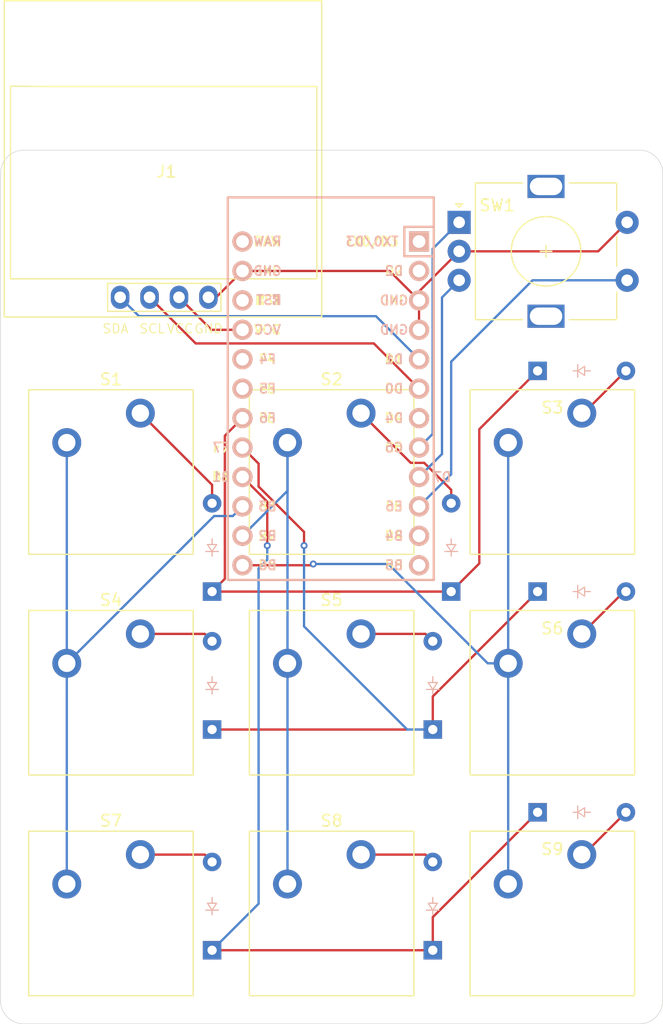
<source format=kicad_pcb>
(kicad_pcb (version 20240108) (generator "pcbnew") (generator_version "8.0")
  (layers (0 "F.Cu" signal) (31 "B.Cu" signal) (34 "B.Paste" user) (35 "F.Paste" user) (36 "B.SilkS" user "B.Silkscreen") (37 "F.SilkS" user "F.Silkscreen") (38 "B.Mask" user) (39 "F.Mask" user) (44 "Edge.Cuts" user))
  (net 0 "")
  (net 1 "Row 1")
  (net 2 "Net-(D1-A)")
  (net 3 "Net-(D2-A)")
  (net 4 "Net-(D3-A)")
  (net 5 "Row 2")
  (net 6 "Net-(D4-A)")
  (net 7 "Net-(D5-A)")
  (net 8 "Net-(D6-A)")
  (net 9 "Net-(D7-A)")
  (net 10 "Row 3")
  (net 11 "Net-(D8-A)")
  (net 12 "Net-(D9-A)")
  (net 13 "SCL")
  (net 14 "SDA")
  (net 15 "VCC")
  (net 16 "GND")
  (net 17 "Column 1")
  (net 18 "Column 2")
  (net 19 "Column 3")
  (net 20 "EncoderA")
  (net 21 "EncoderB")
  (net 22 "EncoderSW")
  (footprint "MountingHole:MountingHole_3.2mm_M3" (layer "F.Cu") (at 65.7225 39.0525)
    (property "Reference" "REF**" (hide yes))
    (property "Value" "MountingHole_3.2mm_M3")
    (pad "" np_thru_hole circle (at 0 0) (size 3.2 3.2) (drill 3.2) (layers "*.Cu" "*.Mask"))
  )
  (footprint "MountingHole:MountingHole_3.2mm_M3" (layer "F.Cu") (at 94.2975 89.8525)
    (property "Reference" "REF**" (hide yes))
    (property "Value" "MountingHole_3.2mm_M3")
    (pad "" np_thru_hole circle (at 0 0) (size 3.2 3.2) (drill 3.2) (layers "*.Cu" "*.Mask"))
  )
  (footprint "ScottoKeebs_MX:MX_PCB_1.00u" (layer "F.Cu") (at 84.7725 80.3275)
    (property "Reference" "S5" (at 0 -8 0) (layer "F.SilkS"))
    (property "Value" "Keyswitch")
    (fp_line (start -7.1 -7.1) (end -7.1 7.1) (stroke (width 0.12)) (layer "F.SilkS"))
    (fp_line (start -7.1 7.1) (end 7.1 7.1) (stroke (width 0.12)) (layer "F.SilkS"))
    (fp_line (start 7.1 -7.1) (end -7.1 -7.1) (stroke (width 0.12)) (layer "F.SilkS"))
    (fp_line (start 7.1 7.1) (end 7.1 -7.1) (stroke (width 0.12)) (layer "F.SilkS"))
    (pad "" np_thru_hole circle (at -5.08 0) (size 1.75 1.75) (drill 1.75) (layers "*.Cu" "*.Mask"))
    (pad "" np_thru_hole circle (at 0 0) (size 4 4) (drill 4) (layers "*.Cu" "*.Mask"))
    (pad "" np_thru_hole circle (at 5.08 0) (size 1.75 1.75) (drill 1.75) (layers "*.Cu" "*.Mask"))
    (pad "1" thru_hole circle (at -3.81 -2.54) (size 2.5 2.5) (drill 1.5) (layers "*.Cu" "*.Mask") (net 18 "Column 2"))
    (pad "2" thru_hole circle (at 2.54 -5.08) (size 2.5 2.5) (drill 1.5) (layers "*.Cu" "*.Mask") (net 7 "Net-(D5-A)"))
  )
  (footprint "ScottoKeebs_MX:MX_PCB_1.00u" (layer "F.Cu") (at 65.7225 80.3275)
    (property "Reference" "S4" (at 0 -8 0) (layer "F.SilkS"))
    (property "Value" "Keyswitch")
    (fp_line (start -7.1 -7.1) (end -7.1 7.1) (stroke (width 0.12)) (layer "F.SilkS"))
    (fp_line (start -7.1 7.1) (end 7.1 7.1) (stroke (width 0.12)) (layer "F.SilkS"))
    (fp_line (start 7.1 -7.1) (end -7.1 -7.1) (stroke (width 0.12)) (layer "F.SilkS"))
    (fp_line (start 7.1 7.1) (end 7.1 -7.1) (stroke (width 0.12)) (layer "F.SilkS"))
    (pad "" np_thru_hole circle (at -5.08 0) (size 1.75 1.75) (drill 1.75) (layers "*.Cu" "*.Mask"))
    (pad "" np_thru_hole circle (at 0 0) (size 4 4) (drill 4) (layers "*.Cu" "*.Mask"))
    (pad "" np_thru_hole circle (at 5.08 0) (size 1.75 1.75) (drill 1.75) (layers "*.Cu" "*.Mask"))
    (pad "1" thru_hole circle (at -3.81 -2.54) (size 2.5 2.5) (drill 1.5) (layers "*.Cu" "*.Mask") (net 17 "Column 1"))
    (pad "2" thru_hole circle (at 2.54 -5.08) (size 2.5 2.5) (drill 1.5) (layers "*.Cu" "*.Mask") (net 6 "Net-(D4-A)"))
  )
  (footprint "MountingHole:MountingHole_3.2mm_M3" (layer "F.Cu") (at 75.2475 89.8525)
    (property "Reference" "REF**" (hide yes))
    (property "Value" "MountingHole_3.2mm_M3")
    (pad "" np_thru_hole circle (at 0 0) (size 3.2 3.2) (drill 3.2) (layers "*.Cu" "*.Mask"))
  )
  (footprint "ScottoKeebs_MX:MX_PCB_1.00u" (layer "F.Cu") (at 65.7225 61.2775)
    (property "Reference" "S1" (at 0 -8 0) (layer "F.SilkS"))
    (property "Value" "Keyswitch")
    (fp_line (start -7.1 -7.1) (end -7.1 7.1) (stroke (width 0.12)) (layer "F.SilkS"))
    (fp_line (start -7.1 7.1) (end 7.1 7.1) (stroke (width 0.12)) (layer "F.SilkS"))
    (fp_line (start 7.1 -7.1) (end -7.1 -7.1) (stroke (width 0.12)) (layer "F.SilkS"))
    (fp_line (start 7.1 7.1) (end 7.1 -7.1) (stroke (width 0.12)) (layer "F.SilkS"))
    (pad "" np_thru_hole circle (at -5.08 0) (size 1.75 1.75) (drill 1.75) (layers "*.Cu" "*.Mask"))
    (pad "" np_thru_hole circle (at 0 0) (size 4 4) (drill 4) (layers "*.Cu" "*.Mask"))
    (pad "" np_thru_hole circle (at 5.08 0) (size 1.75 1.75) (drill 1.75) (layers "*.Cu" "*.Mask"))
    (pad "1" thru_hole circle (at -3.81 -2.54) (size 2.5 2.5) (drill 1.5) (layers "*.Cu" "*.Mask") (net 17 "Column 1"))
    (pad "2" thru_hole circle (at 2.54 -5.08) (size 2.5 2.5) (drill 1.5) (layers "*.Cu" "*.Mask") (net 2 "Net-(D1-A)"))
  )
  (footprint "ScottoKeebs_MX:MX_PCB_1.00u" (layer "F.Cu") (at 103.8225 80.3275)
    (property "Reference" "S6" (at 0 -5.55625 0) (layer "F.SilkS"))
    (property "Value" "Keyswitch")
    (fp_line (start -7.1 -7.1) (end -7.1 7.1) (stroke (width 0.12)) (layer "F.SilkS"))
    (fp_line (start -7.1 7.1) (end 7.1 7.1) (stroke (width 0.12)) (layer "F.SilkS"))
    (fp_line (start 7.1 -7.1) (end -7.1 -7.1) (stroke (width 0.12)) (layer "F.SilkS"))
    (fp_line (start 7.1 7.1) (end 7.1 -7.1) (stroke (width 0.12)) (layer "F.SilkS"))
    (pad "" np_thru_hole circle (at -5.08 0) (size 1.75 1.75) (drill 1.75) (layers "*.Cu" "*.Mask"))
    (pad "" np_thru_hole circle (at 0 0) (size 4 4) (drill 4) (layers "*.Cu" "*.Mask"))
    (pad "" np_thru_hole circle (at 5.08 0) (size 1.75 1.75) (drill 1.75) (layers "*.Cu" "*.Mask"))
    (pad "1" thru_hole circle (at -3.81 -2.54) (size 2.5 2.5) (drill 1.5) (layers "*.Cu" "*.Mask") (net 19 "Column 3"))
    (pad "2" thru_hole circle (at 2.54 -5.08) (size 2.5 2.5) (drill 1.5) (layers "*.Cu" "*.Mask") (net 8 "Net-(D6-A)"))
  )
  (footprint "SSD1306:128x64OLED" (layer "F.Cu") (at 70.51625 35.59625 180)
    (property "Reference" "J1" (at 0 0.254 0) (layer "F.SilkS"))
    (property "Value" "OLED_128x64")
    (fp_line (start 14 15) (end -13.4 15) (stroke (width 0.12)) (layer "F.SilkS"))
    (fp_line (start 14 -12.3) (end 14 15) (stroke (width 0.12)) (layer "F.SilkS"))
    (fp_line (start 13.462 7.62) (end 13.462 -9.017) (stroke (width 0.12)) (layer "F.SilkS"))
    (fp_line (start 13.462 -9.017) (end 13.208 -9.005) (stroke (width 0.12)) (layer "F.SilkS"))
    (fp_line (start 10.122 7.595) (end 13.462 7.62) (stroke (width 0.12)) (layer "F.SilkS"))
    (fp_line (start 10.122 7.595) (end -12.978 7.595) (stroke (width 0.12)) (layer "F.SilkS"))
    (fp_line (start 10.122 -9.005) (end 13.208 -9.005) (stroke (width 0.12)) (layer "F.SilkS"))
    (fp_line (start 5.08 -9.398) (end -4.699 -9.398) (stroke (width 0.12)) (layer "F.SilkS"))
    (fp_line (start 5.08 -11.811) (end 5.08 -9.398) (stroke (width 0.12)) (layer "F.SilkS"))
    (fp_line (start -4.699 -11.811) (end 5.08 -11.811) (stroke (width 0.12)) (layer "F.SilkS"))
    (fp_line (start -4.699 -11.811) (end -4.699 -9.398) (stroke (width 0.12)) (layer "F.SilkS"))
    (fp_line (start -12.978 7.595) (end -12.978 -9.005) (stroke (width 0.12)) (layer "F.SilkS"))
    (fp_line (start -12.978 -9.005) (end 10.122 -9.005) (stroke (width 0.12)) (layer "F.SilkS"))
    (fp_line (start -13.4 15) (end -13.4 -12.3) (stroke (width 0.12)) (layer "F.SilkS"))
    (fp_line (start -13.4 -12.3) (end 14 -12.3) (stroke (width 0.12)) (layer "F.SilkS"))
    (pad "1" thru_hole oval (at -3.62 -10.6 270) (size 2 1.6) (drill 1) (layers "*.Cu" "*.Mask") (net 16 "GND"))
    (pad "2" thru_hole oval (at -1.08 -10.6 270) (size 2 1.6) (drill 1) (layers "*.Cu" "*.Mask") (net 15 "VCC"))
    (pad "3" thru_hole oval (at 1.46 -10.6 270) (size 2 1.6) (drill 1) (layers "*.Cu" "*.Mask") (net 13 "SCL"))
    (pad "4" thru_hole oval (at 4 -10.6 270) (size 2 1.6) (drill 1) (layers "*.Cu" "*.Mask") (net 14 "SDA"))
  )
  (footprint "ScottoKeebs_MX:MX_PCB_1.00u" (layer "F.Cu") (at 103.8225 99.3775)
    (property "Reference" "S9" (at 0 -5.55625 0) (layer "F.SilkS"))
    (property "Value" "Keyswitch")
    (fp_line (start -7.1 -7.1) (end -7.1 7.1) (stroke (width 0.12)) (layer "F.SilkS"))
    (fp_line (start -7.1 7.1) (end 7.1 7.1) (stroke (width 0.12)) (layer "F.SilkS"))
    (fp_line (start 7.1 -7.1) (end -7.1 -7.1) (stroke (width 0.12)) (layer "F.SilkS"))
    (fp_line (start 7.1 7.1) (end 7.1 -7.1) (stroke (width 0.12)) (layer "F.SilkS"))
    (pad "" np_thru_hole circle (at -5.08 0) (size 1.75 1.75) (drill 1.75) (layers "*.Cu" "*.Mask"))
    (pad "" np_thru_hole circle (at 0 0) (size 4 4) (drill 4) (layers "*.Cu" "*.Mask"))
    (pad "" np_thru_hole circle (at 5.08 0) (size 1.75 1.75) (drill 1.75) (layers "*.Cu" "*.Mask"))
    (pad "1" thru_hole circle (at -3.81 -2.54) (size 2.5 2.5) (drill 1.5) (layers "*.Cu" "*.Mask") (net 19 "Column 3"))
    (pad "2" thru_hole circle (at 2.54 -5.08) (size 2.5 2.5) (drill 1.5) (layers "*.Cu" "*.Mask") (net 12 "Net-(D9-A)"))
  )
  (footprint "ScottoKeebs_MX:MX_PCB_1.00u" (layer "F.Cu") (at 84.7725 99.3775)
    (property "Reference" "S8" (at 0 -8 0) (layer "F.SilkS"))
    (property "Value" "Keyswitch")
    (fp_line (start -7.1 -7.1) (end -7.1 7.1) (stroke (width 0.12)) (layer "F.SilkS"))
    (fp_line (start -7.1 7.1) (end 7.1 7.1) (stroke (width 0.12)) (layer "F.SilkS"))
    (fp_line (start 7.1 -7.1) (end -7.1 -7.1) (stroke (width 0.12)) (layer "F.SilkS"))
    (fp_line (start 7.1 7.1) (end 7.1 -7.1) (stroke (width 0.12)) (layer "F.SilkS"))
    (pad "" np_thru_hole circle (at -5.08 0) (size 1.75 1.75) (drill 1.75) (layers "*.Cu" "*.Mask"))
    (pad "" np_thru_hole circle (at 0 0) (size 4 4) (drill 4) (layers "*.Cu" "*.Mask"))
    (pad "" np_thru_hole circle (at 5.08 0) (size 1.75 1.75) (drill 1.75) (layers "*.Cu" "*.Mask"))
    (pad "1" thru_hole circle (at -3.81 -2.54) (size 2.5 2.5) (drill 1.5) (layers "*.Cu" "*.Mask") (net 18 "Column 2"))
    (pad "2" thru_hole circle (at 2.54 -5.08) (size 2.5 2.5) (drill 1.5) (layers "*.Cu" "*.Mask") (net 11 "Net-(D8-A)"))
  )
  (footprint "ScottoKeebs_MX:MX_PCB_1.00u" (layer "F.Cu") (at 84.7725 61.2775)
    (property "Reference" "S2" (at 0 -8 0) (layer "F.SilkS"))
    (property "Value" "Keyswitch")
    (fp_line (start -7.1 -7.1) (end -7.1 7.1) (stroke (width 0.12)) (layer "F.SilkS"))
    (fp_line (start -7.1 7.1) (end 7.1 7.1) (stroke (width 0.12)) (layer "F.SilkS"))
    (fp_line (start 7.1 -7.1) (end -7.1 -7.1) (stroke (width 0.12)) (layer "F.SilkS"))
    (fp_line (start 7.1 7.1) (end 7.1 -7.1) (stroke (width 0.12)) (layer "F.SilkS"))
    (pad "" np_thru_hole circle (at -5.08 0) (size 1.75 1.75) (drill 1.75) (layers "*.Cu" "*.Mask"))
    (pad "" np_thru_hole circle (at 0 0) (size 4 4) (drill 4) (layers "*.Cu" "*.Mask"))
    (pad "" np_thru_hole circle (at 5.08 0) (size 1.75 1.75) (drill 1.75) (layers "*.Cu" "*.Mask"))
    (pad "1" thru_hole circle (at -3.81 -2.54) (size 2.5 2.5) (drill 1.5) (layers "*.Cu" "*.Mask") (net 18 "Column 2"))
    (pad "2" thru_hole circle (at 2.54 -5.08) (size 2.5 2.5) (drill 1.5) (layers "*.Cu" "*.Mask") (net 3 "Net-(D2-A)"))
  )
  (footprint "ScottoKeebs_MX:MX_PCB_1.00u" (layer "F.Cu") (at 65.7225 99.3775)
    (property "Reference" "S7" (at 0 -8 0) (layer "F.SilkS"))
    (property "Value" "Keyswitch")
    (fp_line (start -7.1 -7.1) (end -7.1 7.1) (stroke (width 0.12)) (layer "F.SilkS"))
    (fp_line (start -7.1 7.1) (end 7.1 7.1) (stroke (width 0.12)) (layer "F.SilkS"))
    (fp_line (start 7.1 -7.1) (end -7.1 -7.1) (stroke (width 0.12)) (layer "F.SilkS"))
    (fp_line (start 7.1 7.1) (end 7.1 -7.1) (stroke (width 0.12)) (layer "F.SilkS"))
    (pad "" np_thru_hole circle (at -5.08 0) (size 1.75 1.75) (drill 1.75) (layers "*.Cu" "*.Mask"))
    (pad "" np_thru_hole circle (at 0 0) (size 4 4) (drill 4) (layers "*.Cu" "*.Mask"))
    (pad "" np_thru_hole circle (at 5.08 0) (size 1.75 1.75) (drill 1.75) (layers "*.Cu" "*.Mask"))
    (pad "1" thru_hole circle (at -3.81 -2.54) (size 2.5 2.5) (drill 1.5) (layers "*.Cu" "*.Mask") (net 17 "Column 1"))
    (pad "2" thru_hole circle (at 2.54 -5.08) (size 2.5 2.5) (drill 1.5) (layers "*.Cu" "*.Mask") (net 9 "Net-(D7-A)"))
  )
  (footprint "Rotary_Encoder:RotaryEncoder_Alps_EC11E-Switch_Vertical_H20mm" (layer "F.Cu") (at 95.77875 39.7275)
    (property "Reference" "SW1" (at 3.28125 -1.46875 0) (layer "F.SilkS"))
    (property "Value" "RotaryEncoder_Switch")
    (fp_line (start -0.3 -1.6) (end 0.3 -1.6) (stroke (width 0.12)) (layer "F.SilkS"))
    (fp_line (start 0 -1.3) (end -0.3 -1.6) (stroke (width 0.12)) (layer "F.SilkS"))
    (fp_line (start 0.3 -1.6) (end 0 -1.3) (stroke (width 0.12)) (layer "F.SilkS"))
    (fp_line (start 1.4 -3.4) (end 1.4 8.4) (stroke (width 0.12)) (layer "F.SilkS"))
    (fp_line (start 5.5 -3.4) (end 1.4 -3.4) (stroke (width 0.12)) (layer "F.SilkS"))
    (fp_line (start 5.5 8.4) (end 1.4 8.4) (stroke (width 0.12)) (layer "F.SilkS"))
    (fp_line (start 7 2.5) (end 8 2.5) (stroke (width 0.12)) (layer "F.SilkS"))
    (fp_line (start 7.5 2) (end 7.5 3) (stroke (width 0.12)) (layer "F.SilkS"))
    (fp_line (start 9.5 -3.4) (end 13.6 -3.4) (stroke (width 0.12)) (layer "F.SilkS"))
    (fp_line (start 13.6 -3.4) (end 13.6 -1) (stroke (width 0.12)) (layer "F.SilkS"))
    (fp_line (start 13.6 1.2) (end 13.6 3.8) (stroke (width 0.12)) (layer "F.SilkS"))
    (fp_line (start 13.6 6) (end 13.6 8.4) (stroke (width 0.12)) (layer "F.SilkS"))
    (fp_line (start 13.6 8.4) (end 9.5 8.4) (stroke (width 0.12)) (layer "F.SilkS"))
    (fp_circle (center 7.5 2.5) (end 10.5 2.5) (stroke (width 0.12)) (fill none) (layer "F.SilkS"))
    (pad "A" thru_hole rect (at 0 0) (size 2 2) (drill 1) (layers "*.Cu" "*.Mask") (net 20 "EncoderA"))
    (pad "B" thru_hole circle (at 0 5) (size 2 2) (drill 1) (layers "*.Cu" "*.Mask") (net 21 "EncoderB"))
    (pad "C" thru_hole circle (at 0 2.5) (size 2 2) (drill 1) (layers "*.Cu" "*.Mask") (net 16 "GND"))
    (pad "MP" thru_hole rect (at 7.5 -3.1) (size 3.2 2) (drill oval 2.8 1.5) (layers "*.Cu" "*.Mask"))
    (pad "MP" thru_hole rect (at 7.5 8.1) (size 3.2 2) (drill oval 2.8 1.5) (layers "*.Cu" "*.Mask"))
    (pad "S1" thru_hole circle (at 14.5 5) (size 2 2) (drill 1) (layers "*.Cu" "*.Mask") (net 22 "EncoderSW"))
    (pad "S2" thru_hole circle (at 14.5 0) (size 2 2) (drill 1) (layers "*.Cu" "*.Mask") (net 16 "GND"))
  )
  (footprint "ScottoKeebs_MX:MX_PCB_1.00u" (layer "F.Cu") (at 103.8225 61.2775)
    (property "Reference" "S3" (at 0 -5.55625 0) (layer "F.SilkS"))
    (property "Value" "Keyswitch")
    (fp_line (start -7.1 -7.1) (end -7.1 7.1) (stroke (width 0.12)) (layer "F.SilkS"))
    (fp_line (start -7.1 7.1) (end 7.1 7.1) (stroke (width 0.12)) (layer "F.SilkS"))
    (fp_line (start 7.1 -7.1) (end -7.1 -7.1) (stroke (width 0.12)) (layer "F.SilkS"))
    (fp_line (start 7.1 7.1) (end 7.1 -7.1) (stroke (width 0.12)) (layer "F.SilkS"))
    (pad "" np_thru_hole circle (at -5.08 0) (size 1.75 1.75) (drill 1.75) (layers "*.Cu" "*.Mask"))
    (pad "" np_thru_hole circle (at 0 0) (size 4 4) (drill 4) (layers "*.Cu" "*.Mask"))
    (pad "" np_thru_hole circle (at 5.08 0) (size 1.75 1.75) (drill 1.75) (layers "*.Cu" "*.Mask"))
    (pad "1" thru_hole circle (at -3.81 -2.54) (size 2.5 2.5) (drill 1.5) (layers "*.Cu" "*.Mask") (net 19 "Column 3"))
    (pad "2" thru_hole circle (at 2.54 -5.08) (size 2.5 2.5) (drill 1.5) (layers "*.Cu" "*.Mask") (net 4 "Net-(D3-A)"))
  )
  (footprint "ScottoKeebs_Components:Diode_DO-35" (layer "B.Cu") (at 74.45375 71.59625 90)
    (property "Reference" "D1" (hide yes))
    (property "Value" "Diode" (hide yes))
    (fp_line (start 3.46 -0.55) (end 3.46 0.55) (stroke (width 0.1)) (layer "B.SilkS"))
    (fp_line (start 4.06 -0.4) (end 4.06 0.4) (stroke (width 0.1)) (layer "B.SilkS"))
    (fp_line (start 4.56 0) (end 4.06 0) (stroke (width 0.1)) (layer "B.SilkS"))
    (fp_line (start 3.46 0) (end 4.06 -0.4) (stroke (width 0.1)) (layer "B.SilkS"))
    (fp_line (start 3.46 0) (end 3.06 0) (stroke (width 0.1)) (layer "B.SilkS"))
    (fp_line (start 4.06 0.4) (end 3.46 0) (stroke (width 0.1)) (layer "B.SilkS"))
    (pad "1" thru_hole rect (at 0 0 90) (size 1.6 1.6) (drill 0.8) (layers "*.Cu" "*.Mask") (net 1 "Row 1"))
    (pad "2" thru_hole oval (at 7.62 0 90) (size 1.6 1.6) (drill 0.8) (layers "*.Cu" "*.Mask") (net 2 "Net-(D1-A)"))
  )
  (footprint "ScottoKeebs_Components:Diode_DO-35" (layer "B.Cu") (at 93.50375 102.5525 90)
    (property "Reference" "D8" (hide yes))
    (property "Value" "Diode" (hide yes))
    (fp_line (start 3.46 -0.55) (end 3.46 0.55) (stroke (width 0.1)) (layer "B.SilkS"))
    (fp_line (start 4.06 -0.4) (end 4.06 0.4) (stroke (width 0.1)) (layer "B.SilkS"))
    (fp_line (start 4.56 0) (end 4.06 0) (stroke (width 0.1)) (layer "B.SilkS"))
    (fp_line (start 3.46 0) (end 4.06 -0.4) (stroke (width 0.1)) (layer "B.SilkS"))
    (fp_line (start 3.46 0) (end 3.06 0) (stroke (width 0.1)) (layer "B.SilkS"))
    (fp_line (start 4.06 0.4) (end 3.46 0) (stroke (width 0.1)) (layer "B.SilkS"))
    (pad "1" thru_hole rect (at 0 0 90) (size 1.6 1.6) (drill 0.8) (layers "*.Cu" "*.Mask") (net 10 "Row 3"))
    (pad "2" thru_hole oval (at 7.62 0 90) (size 1.6 1.6) (drill 0.8) (layers "*.Cu" "*.Mask") (net 11 "Net-(D8-A)"))
  )
  (footprint "ScottoKeebs_Components:Diode_DO-35" (layer "B.Cu") (at 74.45375 83.5025 90)
    (property "Reference" "D4" (hide yes))
    (property "Value" "Diode" (hide yes))
    (fp_line (start 3.46 -0.55) (end 3.46 0.55) (stroke (width 0.1)) (layer "B.SilkS"))
    (fp_line (start 4.06 -0.4) (end 4.06 0.4) (stroke (width 0.1)) (layer "B.SilkS"))
    (fp_line (start 4.56 0) (end 4.06 0) (stroke (width 0.1)) (layer "B.SilkS"))
    (fp_line (start 3.46 0) (end 4.06 -0.4) (stroke (width 0.1)) (layer "B.SilkS"))
    (fp_line (start 3.46 0) (end 3.06 0) (stroke (width 0.1)) (layer "B.SilkS"))
    (fp_line (start 4.06 0.4) (end 3.46 0) (stroke (width 0.1)) (layer "B.SilkS"))
    (pad "1" thru_hole rect (at 0 0 90) (size 1.6 1.6) (drill 0.8) (layers "*.Cu" "*.Mask") (net 5 "Row 2"))
    (pad "2" thru_hole oval (at 7.62 0 90) (size 1.6 1.6) (drill 0.8) (layers "*.Cu" "*.Mask") (net 6 "Net-(D4-A)"))
  )
  (footprint "ScottoKeebs_Components:Diode_DO-35" (layer "B.Cu") (at 74.45375 102.5525 90)
    (property "Reference" "D7" (hide yes))
    (property "Value" "Diode" (hide yes))
    (fp_line (start 3.46 -0.55) (end 3.46 0.55) (stroke (width 0.1)) (layer "B.SilkS"))
    (fp_line (start 4.06 -0.4) (end 4.06 0.4) (stroke (width 0.1)) (layer "B.SilkS"))
    (fp_line (start 4.56 0) (end 4.06 0) (stroke (width 0.1)) (layer "B.SilkS"))
    (fp_line (start 3.46 0) (end 4.06 -0.4) (stroke (width 0.1)) (layer "B.SilkS"))
    (fp_line (start 3.46 0) (end 3.06 0) (stroke (width 0.1)) (layer "B.SilkS"))
    (fp_line (start 4.06 0.4) (end 3.46 0) (stroke (width 0.1)) (layer "B.SilkS"))
    (pad "1" thru_hole rect (at 0 0 90) (size 1.6 1.6) (drill 0.8) (layers "*.Cu" "*.Mask") (net 10 "Row 3"))
    (pad "2" thru_hole oval (at 7.62 0 90) (size 1.6 1.6) (drill 0.8) (layers "*.Cu" "*.Mask") (net 9 "Net-(D7-A)"))
  )
  (footprint "ScottoKeebs_Components:Diode_DO-35" (layer "B.Cu") (at 102.5525 52.54625)
    (property "Reference" "D3" (hide yes))
    (property "Value" "Diode" (hide yes))
    (fp_line (start 3.46 -0.55) (end 3.46 0.55) (stroke (width 0.1)) (layer "B.SilkS"))
    (fp_line (start 3.46 0) (end 3.06 0) (stroke (width 0.1)) (layer "B.SilkS"))
    (fp_line (start 3.46 0) (end 4.06 -0.4) (stroke (width 0.1)) (layer "B.SilkS"))
    (fp_line (start 4.06 -0.4) (end 4.06 0.4) (stroke (width 0.1)) (layer "B.SilkS"))
    (fp_line (start 4.06 0.4) (end 3.46 0) (stroke (width 0.1)) (layer "B.SilkS"))
    (fp_line (start 4.56 0) (end 4.06 0) (stroke (width 0.1)) (layer "B.SilkS"))
    (pad "1" thru_hole rect (at 0 0) (size 1.6 1.6) (drill 0.8) (layers "*.Cu" "*.Mask") (net 1 "Row 1"))
    (pad "2" thru_hole oval (at 7.62 0) (size 1.6 1.6) (drill 0.8) (layers "*.Cu" "*.Mask") (net 4 "Net-(D3-A)"))
  )
  (footprint "ScottoKeebs_Components:Diode_DO-35" (layer "B.Cu") (at 95.09125 71.59625 90)
    (property "Reference" "D2" (hide yes))
    (property "Value" "Diode" (hide yes))
    (fp_line (start 3.46 -0.55) (end 3.46 0.55) (stroke (width 0.1)) (layer "B.SilkS"))
    (fp_line (start 4.06 -0.4) (end 4.06 0.4) (stroke (width 0.1)) (layer "B.SilkS"))
    (fp_line (start 4.56 0) (end 4.06 0) (stroke (width 0.1)) (layer "B.SilkS"))
    (fp_line (start 3.46 0) (end 4.06 -0.4) (stroke (width 0.1)) (layer "B.SilkS"))
    (fp_line (start 3.46 0) (end 3.06 0) (stroke (width 0.1)) (layer "B.SilkS"))
    (fp_line (start 4.06 0.4) (end 3.46 0) (stroke (width 0.1)) (layer "B.SilkS"))
    (pad "1" thru_hole rect (at 0 0 90) (size 1.6 1.6) (drill 0.8) (layers "*.Cu" "*.Mask") (net 1 "Row 1"))
    (pad "2" thru_hole oval (at 7.62 0 90) (size 1.6 1.6) (drill 0.8) (layers "*.Cu" "*.Mask") (net 3 "Net-(D2-A)"))
  )
  (footprint "ScottoKeebs_Components:Diode_DO-35" (layer "B.Cu") (at 102.5525 90.64625)
    (property "Reference" "D9" (hide yes))
    (property "Value" "Diode" (hide yes))
    (fp_line (start 3.46 -0.55) (end 3.46 0.55) (stroke (width 0.1)) (layer "B.SilkS"))
    (fp_line (start 3.46 0) (end 3.06 0) (stroke (width 0.1)) (layer "B.SilkS"))
    (fp_line (start 3.46 0) (end 4.06 -0.4) (stroke (width 0.1)) (layer "B.SilkS"))
    (fp_line (start 4.06 -0.4) (end 4.06 0.4) (stroke (width 0.1)) (layer "B.SilkS"))
    (fp_line (start 4.06 0.4) (end 3.46 0) (stroke (width 0.1)) (layer "B.SilkS"))
    (fp_line (start 4.56 0) (end 4.06 0) (stroke (width 0.1)) (layer "B.SilkS"))
    (pad "1" thru_hole rect (at 0 0) (size 1.6 1.6) (drill 0.8) (layers "*.Cu" "*.Mask") (net 10 "Row 3"))
    (pad "2" thru_hole oval (at 7.62 0) (size 1.6 1.6) (drill 0.8) (layers "*.Cu" "*.Mask") (net 12 "Net-(D9-A)"))
  )
  (footprint "ScottoKeebs_Components:Diode_DO-35" (layer "B.Cu") (at 93.50375 83.5025 90)
    (property "Reference" "D5" (hide yes))
    (property "Value" "Diode" (hide yes))
    (fp_line (start 3.46 -0.55) (end 3.46 0.55) (stroke (width 0.1)) (layer "B.SilkS"))
    (fp_line (start 4.06 -0.4) (end 4.06 0.4) (stroke (width 0.1)) (layer "B.SilkS"))
    (fp_line (start 4.56 0) (end 4.06 0) (stroke (width 0.1)) (layer "B.SilkS"))
    (fp_line (start 3.46 0) (end 4.06 -0.4) (stroke (width 0.1)) (layer "B.SilkS"))
    (fp_line (start 3.46 0) (end 3.06 0) (stroke (width 0.1)) (layer "B.SilkS"))
    (fp_line (start 4.06 0.4) (end 3.46 0) (stroke (width 0.1)) (layer "B.SilkS"))
    (pad "1" thru_hole rect (at 0 0 90) (size 1.6 1.6) (drill 0.8) (layers "*.Cu" "*.Mask") (net 5 "Row 2"))
    (pad "2" thru_hole oval (at 7.62 0 90) (size 1.6 1.6) (drill 0.8) (layers "*.Cu" "*.Mask") (net 7 "Net-(D5-A)"))
  )
  (footprint "ScottoKeebs_Components:Diode_DO-35" (layer "B.Cu") (at 102.5525 71.59625)
    (property "Reference" "D6" (hide yes))
    (property "Value" "Diode" (hide yes))
    (fp_line (start 3.46 -0.55) (end 3.46 0.55) (stroke (width 0.1)) (layer "B.SilkS"))
    (fp_line (start 3.46 0) (end 3.06 0) (stroke (width 0.1)) (layer "B.SilkS"))
    (fp_line (start 3.46 0) (end 4.06 -0.4) (stroke (width 0.1)) (layer "B.SilkS"))
    (fp_line (start 4.06 -0.4) (end 4.06 0.4) (stroke (width 0.1)) (layer "B.SilkS"))
    (fp_line (start 4.06 0.4) (end 3.46 0) (stroke (width 0.1)) (layer "B.SilkS"))
    (fp_line (start 4.56 0) (end 4.06 0) (stroke (width 0.1)) (layer "B.SilkS"))
    (pad "1" thru_hole rect (at 0 0) (size 1.6 1.6) (drill 0.8) (layers "*.Cu" "*.Mask") (net 5 "Row 2"))
    (pad "2" thru_hole oval (at 7.62 0) (size 1.6 1.6) (drill 0.8) (layers "*.Cu" "*.Mask") (net 8 "Net-(D6-A)"))
  )
  (footprint "ScottoKeebs_MCU:Arduino_Pro_Micro" (layer "B.Cu") (at 84.6975 55.3525 180)
    (property "Reference" "U1" (hide yes))
    (property "Value" "Arduino_Pro_Micro" (hide yes))
    (fp_line (start 8.89 17.78) (end 8.89 -15.24) (stroke (width 0.2)) (layer "B.SilkS"))
    (fp_line (start 8.89 -15.24) (end -8.89 -15.24) (stroke (width 0.2)) (layer "B.SilkS"))
    (fp_line (start -6.35 12.7) (end -6.35 15.24) (stroke (width 0.2)) (layer "B.SilkS"))
    (fp_line (start -8.89 17.78) (end 8.89 17.78) (stroke (width 0.2)) (layer "B.SilkS"))
    (fp_line (start -8.89 15.24) (end -6.35 15.24) (stroke (width 0.2)) (layer "B.SilkS"))
    (fp_line (start -8.89 12.7) (end -6.35 12.7) (stroke (width 0.2)) (layer "B.SilkS"))
    (fp_line (start -8.89 -15.24) (end -8.89 17.78) (stroke (width 0.2)) (layer "B.SilkS"))
    (fp_poly (pts (xy 4.931568 9.36064) (xy 4.931568 9.26064) (xy 4.431568 9.26064) (xy 4.431568 9.36064)) (stroke (width 0.15)) (fill solid) (layer "B.SilkS"))
    (fp_poly (pts (xy 4.931568 9.36064) (xy 4.931568 9.06064) (xy 4.831568 9.06064) (xy 4.831568 9.36064)) (stroke (width 0.15)) (fill solid) (layer "B.SilkS"))
    (fp_poly (pts (xy 4.931568 8.76064) (xy 4.931568 8.56064) (xy 4.831568 8.56064) (xy 4.831568 8.76064)) (stroke (width 0.15)) (fill solid) (layer "B.SilkS"))
    (fp_poly (pts (xy 4.731568 8.96064) (xy 4.731568 8.86064) (xy 4.631568 8.86064) (xy 4.631568 8.96064)) (stroke (width 0.15)) (fill solid) (layer "B.SilkS"))
    (fp_poly (pts (xy 4.531568 9.36064) (xy 4.531568 8.56064) (xy 4.431568 8.56064) (xy 4.431568 9.36064)) (stroke (width 0.15)) (fill solid) (layer "B.SilkS"))
    (fp_line (start 8.89 17.78) (end 8.89 -15.24) (stroke (width 0.2)) (layer "F.SilkS"))
    (fp_line (start 8.89 -15.24) (end -8.89 -15.24) (stroke (width 0.2)) (layer "F.SilkS"))
    (fp_line (start -6.35 12.7) (end -6.35 15.24) (stroke (width 0.2)) (layer "F.SilkS"))
    (fp_line (start -8.89 17.78) (end 8.89 17.78) (stroke (width 0.2)) (layer "F.SilkS"))
    (fp_line (start -8.89 15.24) (end -6.35 15.24) (stroke (width 0.2)) (layer "F.SilkS"))
    (fp_line (start -8.89 12.7) (end -6.35 12.7) (stroke (width 0.2)) (layer "F.SilkS"))
    (fp_line (start -8.89 -15.24) (end -8.89 17.78) (stroke (width 0.2)) (layer "F.SilkS"))
    (fp_poly (pts (xy 6.244635 9.35097) (xy 6.244635 8.55097) (xy 6.344635 8.55097) (xy 6.344635 9.35097)) (stroke (width 0.15)) (fill solid) (layer "F.SilkS"))
    (fp_poly (pts (xy 6.044635 8.95097) (xy 6.044635 8.85097) (xy 6.144635 8.85097) (xy 6.144635 8.95097)) (stroke (width 0.15)) (fill solid) (layer "F.SilkS"))
    (fp_poly (pts (xy 5.844635 9.35097) (xy 5.844635 9.25097) (xy 6.344635 9.25097) (xy 6.344635 9.35097)) (stroke (width 0.15)) (fill solid) (layer "F.SilkS"))
    (fp_poly (pts (xy 5.844635 9.35097) (xy 5.844635 9.05097) (xy 5.944635 9.05097) (xy 5.944635 9.35097)) (stroke (width 0.15)) (fill solid) (layer "F.SilkS"))
    (fp_poly (pts (xy 5.844635 8.75097) (xy 5.844635 8.55097) (xy 5.944635 8.55097) (xy 5.944635 8.75097)) (stroke (width 0.15)) (fill solid) (layer "F.SilkS"))
    (fp_text user "GND" (at -5.461 6.35 0) (layer "B.SilkS") (effects (font (size 0.8 0.8)) (justify mirror)))
    (fp_text user "F6" (at 5.461 -1.27 0) (layer "B.SilkS") (effects (font (size 0.8 0.8)) (justify mirror)))
    (fp_text user "B4" (at -5.461 -11.43 0) (layer "B.SilkS") (effects (font (size 0.8 0.8)) (justify mirror)))
    (fp_text user "B5" (at -5.461 -13.97 0) (layer "B.SilkS") (effects (font (size 0.8 0.8)) (justify mirror)))
    (fp_text user "VCC" (at 5.461 6.35 0) (layer "B.SilkS") (effects (font (size 0.8 0.8)) (justify mirror)))
    (fp_text user "GND" (at -5.461 8.89 0) (layer "B.SilkS") (effects (font (size 0.8 0.8)) (justify mirror)))
    (fp_text user "B3" (at 5.461 -8.89 0) (layer "B.SilkS") (effects (font (size 0.8 0.8)) (justify mirror)))
    (fp_text user "D4" (at -5.461 -1.27 0) (layer "B.SilkS") (effects (font (size 0.8 0.8)) (justify mirror)))
    (fp_text user "D2" (at -5.461 11.43 0) (layer "B.SilkS") (effects (font (size 0.8 0.8)) (justify mirror)))
    (fp_text user "D7" (at -9.6 -6.35 0) (layer "B.SilkS") (effects (font (size 0.8 0.8)) (justify mirror)))
    (fp_text user "E6" (at -5.461 -8.89 0) (layer "B.SilkS") (effects (font (size 0.8 0.8)) (justify mirror)))
    (fp_text user "D1" (at -5.461 3.81 0) (layer "B.SilkS") (effects (font (size 0.8 0.8)) (justify mirror)))
    (fp_text user "F5" (at 5.461 1.27 0) (layer "B.SilkS") (effects (font (size 0.8 0.8)) (justify mirror)))
    (fp_text user "TX0/D3" (at -3.571872 13.97 0) (layer "B.SilkS") (effects (font (size 0.8 0.8)) (justify mirror)))
    (fp_text user "ST" (at 5.73312 8.92 0) (layer "B.SilkS") (effects (font (size 0.8 0.8)) (justify mirror)))
    (fp_text user "B2" (at 5.461 -11.43 0) (layer "B.SilkS") (effects (font (size 0.8 0.8)) (justify mirror)))
    (fp_text user "B1" (at 9.45 -6.35 0) (layer "B.SilkS") (effects (font (size 0.8 0.8)) (justify mirror)))
    (fp_text user "B6" (at 5.461 -13.97 0) (layer "B.SilkS") (effects (font (size 0.8 0.8)) (justify mirror)))
    (fp_text user "F4" (at 5.461 3.81 0) (layer "B.SilkS") (effects (font (size 0.8 0.8)) (justify mirror)))
    (fp_text user "GND" (at 5.461 11.43 0) (layer "B.SilkS") (effects (font (size 0.8 0.8)) (justify mirror)))
    (fp_text user "RAW" (at 5.461 13.97 0) (layer "B.SilkS") (effects (font (size 0.8 0.8)) (justify mirror)))
    (fp_text user "D0" (at -5.461 1.27 0) (layer "B.SilkS") (effects (font (size 0.8 0.8)) (justify mirror)))
    (fp_text user "C6" (at -5.461 -3.81 0) (layer "B.SilkS") (effects (font (size 0.8 0.8)) (justify mirror)))
    (fp_text user "F7" (at 9.45 -3.81 0) (layer "B.SilkS") (effects (font (size 0.8 0.8)) (justify mirror)))
    (fp_text user "TX0/D3" (at -3.571872 13.97 0) (layer "F.SilkS") (effects (font (size 0.8 0.8))))
    (fp_text user "GND" (at 5.461 11.43 0) (layer "F.SilkS") (effects (font (size 0.8 0.8))))
    (fp_text user "D0" (at -5.461 1.27 0) (layer "F.SilkS") (effects (font (size 0.8 0.8))))
    (fp_text user "F5" (at 5.461 1.27 0) (layer "F.SilkS") (effects (font (size 0.8 0.8))))
    (fp_text user "VCC" (at 5.461 6.35 0) (layer "F.SilkS") (effects (font (size 0.8 0.8))))
    (fp_text user "RAW" (at 5.461 13.97 0) (layer "F.SilkS") (effects (font (size 0.8 0.8))))
    (fp_text user "B6" (at 5.461 -13.97 0) (layer "F.SilkS") (effects (font (size 0.8 0.8))))
    (fp_text user "D2" (at -5.461 11.43 0) (layer "F.SilkS") (effects (font (size 0.8 0.8))))
    (fp_text user "F4" (at 5.461 3.81 0) (layer "F.SilkS") (effects (font (size 0.8 0.8))))
    (fp_text user "F7" (at 9.45 -3.81 0) (layer "F.SilkS") (effects (font (size 0.8 0.8))))
    (fp_text user "B4" (at -5.461 -11.43 0) (layer "F.SilkS") (effects (font (size 0.8 0.8))))
    (fp_text user "B3" (at 5.461 -8.89 0) (layer "F.SilkS") (effects (font (size 0.8 0.8))))
    (fp_text user "D1" (at -5.461 3.81 0) (layer "F.SilkS") (effects (font (size 0.8 0.8))))
    (fp_text user "E6" (at -5.461 -8.89 0) (layer "F.SilkS") (effects (font (size 0.8 0.8))))
    (fp_text user "D4" (at -5.461 -1.27 0) (layer "F.SilkS") (effects (font (size 0.8 0.8))))
    (fp_text user "F6" (at 5.461 -1.27 0) (layer "F.SilkS") (effects (font (size 0.8 0.8))))
    (fp_text user "B2" (at 5.461 -11.43 0) (layer "F.SilkS") (effects (font (size 0.8 0.8))))
    (fp_text user "C6" (at -5.461 -3.81 0) (layer "F.SilkS") (effects (font (size 0.8 0.8))))
    (fp_text user "ST" (at 5.04 8.91 0) (layer "F.SilkS") (effects (font (size 0.8 0.8))))
    (fp_text user "GND" (at -5.461 8.89 0) (layer "F.SilkS") (effects (font (size 0.8 0.8))))
    (fp_text user "B5" (at -5.461 -13.97 0) (layer "F.SilkS") (effects (font (size 0.8 0.8))))
    (fp_text user "B1" (at 9.45 -6.35 0) (layer "F.SilkS") (effects (font (size 0.8 0.8))))
    (pad "1" thru_hole rect (at -7.62 13.97 270) (size 1.7526 1.7526) (drill 1.0922) (layers "*.Cu" "*.SilkS" "*.Mask"))
    (pad "2" thru_hole circle (at -7.62 11.43 270) (size 1.7526 1.7526) (drill 1.0922) (layers "*.Cu" "*.SilkS" "*.Mask"))
    (pad "3" thru_hole circle (at -7.62 8.89 270) (size 1.7526 1.7526) (drill 1.0922) (layers "*.Cu" "*.SilkS" "*.Mask") (net 16 "GND"))
    (pad "4" thru_hole circle (at -7.62 6.35 270) (size 1.7526 1.7526) (drill 1.0922) (layers "*.Cu" "*.SilkS" "*.Mask") (net 16 "GND"))
    (pad "5" thru_hole circle (at -7.62 3.81 270) (size 1.7526 1.7526) (drill 1.0922) (layers "*.Cu" "*.SilkS" "*.Mask") (net 14 "SDA"))
    (pad "6" thru_hole circle (at -7.62 1.27 270) (size 1.7526 1.7526) (drill 1.0922) (layers "*.Cu" "*.SilkS" "*.Mask") (net 13 "SCL"))
    (pad "7" thru_hole circle (at -7.62 -1.27 270) (size 1.7526 1.7526) (drill 1.0922) (layers "*.Cu" "*.SilkS" "*.Mask"))
    (pad "8" thru_hole circle (at -7.62 -3.81 270) (size 1.7526 1.7526) (drill 1.0922) (layers "*.Cu" "*.SilkS" "*.Mask") (net 20 "EncoderA"))
    (pad "9" thru_hole circle (at -7.62 -6.35 270) (size 1.7526 1.7526) (drill 1.0922) (layers "*.Cu" "*.SilkS" "*.Mask") (net 21 "EncoderB"))
    (pad "10" thru_hole circle (at -7.62 -8.89 270) (size 1.7526 1.7526) (drill 1.0922) (layers "*.Cu" "*.SilkS" "*.Mask") (net 22 "EncoderSW"))
    (pad "11" thru_hole circle (at -7.62 -11.43 270) (size 1.7526 1.7526) (drill 1.0922) (layers "*.Cu" "*.SilkS" "*.Mask"))
    (pad "12" thru_hole circle (at -7.62 -13.97 270) (size 1.7526 1.7526) (drill 1.0922) (layers "*.Cu" "*.SilkS" "*.Mask"))
    (pad "13" thru_hole circle (at 7.62 -13.97 270) (size 1.7526 1.7526) (drill 1.0922) (layers "*.Cu" "*.SilkS" "*.Mask") (net 19 "Column 3"))
    (pad "14" thru_hole circle (at 7.62 -11.43 270) (size 1.7526 1.7526) (drill 1.0922) (layers "*.Cu" "*.SilkS" "*.Mask") (net 18 "Column 2"))
    (pad "15" thru_hole circle (at 7.62 -8.89 270) (size 1.7526 1.7526) (drill 1.0922) (layers "*.Cu" "*.SilkS" "*.Mask") (net 17 "Column 1"))
    (pad "16" thru_hole circle (at 7.62 -6.35 270) (size 1.7526 1.7526) (drill 1.0922) (layers "*.Cu" "*.SilkS" "*.Mask") (net 10 "Row 3"))
    (pad "17" thru_hole circle (at 7.62 -3.81 270) (size 1.7526 1.7526) (drill 1.0922) (layers "*.Cu" "*.SilkS" "*.Mask") (net 5 "Row 2"))
    (pad "18" thru_hole circle (at 7.62 -1.27 270) (size 1.7526 1.7526) (drill 1.0922) (layers "*.Cu" "*.SilkS" "*.Mask") (net 1 "Row 1"))
    (pad "19" thru_hole circle (at 7.62 1.27 270) (size 1.7526 1.7526) (drill 1.0922) (layers "*.Cu" "*.SilkS" "*.Mask"))
    (pad "20" thru_hole circle (at 7.62 3.81 270) (size 1.7526 1.7526) (drill 1.0922) (layers "*.Cu" "*.SilkS" "*.Mask"))
    (pad "21" thru_hole circle (at 7.62 6.35 270) (size 1.7526 1.7526) (drill 1.0922) (layers "*.Cu" "*.SilkS" "*.Mask") (net 15 "VCC"))
    (pad "22" thru_hole circle (at 7.62 8.89 270) (size 1.7526 1.7526) (drill 1.0922) (layers "*.Cu" "*.SilkS" "*.Mask"))
    (pad "23" thru_hole circle (at 7.62 11.43 270) (size 1.7526 1.7526) (drill 1.0922) (layers "*.Cu" "*.SilkS" "*.Mask") (net 16 "GND"))
    (pad "24" thru_hole circle (at 7.62 13.97 270) (size 1.7526 1.7526) (drill 1.0922) (layers "*.Cu" "*.SilkS" "*.Mask"))
  )
  (gr_arc (start 113.3475 106.9025) (mid 112.761714 108.316714) (end 111.3475 108.9025) (stroke (width 0.05)) (layer "Edge.Cuts"))
  (gr_line (start 111.3475 108.9025) (end 58.1975 108.9025) (stroke (width 0.05)) (layer "Edge.Cuts"))
  (gr_line (start 58.1975 33.49625) (end 111.3475 33.49625) (stroke (width 0.05)) (layer "Edge.Cuts"))
  (gr_line (start 56.1975 106.9025) (end 56.1975 35.49625) (stroke (width 0.05)) (layer "Edge.Cuts"))
  (gr_line (start 113.3475 35.49625) (end 113.3475 106.9025) (stroke (width 0.05)) (layer "Edge.Cuts"))
  (gr_arc (start 58.1975 108.9025) (mid 56.783286 108.316714) (end 56.1975 106.9025) (stroke (width 0.05)) (layer "Edge.Cuts"))
  (gr_arc (start 56.1975 35.49625) (mid 56.783269 34.082004) (end 58.1975 33.49625) (stroke (width 0.05)) (layer "Edge.Cuts"))
  (gr_arc (start 111.3475 33.49625) (mid 112.761714 34.082036) (end 113.3475 35.49625) (stroke (width 0.05)) (layer "Edge.Cuts"))
  (gr_text "VCC" (at 70.485 49.37125 0) (layer "F.SilkS") (effects (font (size 0.8 0.8) (thickness 0.1)) (justify left bottom)))
  (gr_text "GND" (at 72.86625 49.37125 0) (layer "F.SilkS") (effects (font (size 0.8 0.8) (thickness 0.1)) (justify left bottom)))
  (gr_text "SCL" (at 68.10375 49.37125 0) (layer "F.SilkS") (effects (font (size 0.8 0.8) (thickness 0.1)) (justify left bottom)))
  (gr_text "SDA" (at 64.92875 49.37125 0) (layer "F.SilkS") (effects (font (size 0.8 0.8) (thickness 0.1)) (justify left bottom)))
  (segment (start 74.45375 71.59625) (end 95.09125 71.59625) (width 0.2) (layer "F.Cu") (net 1))
  (segment (start 97.5175 57.58125) (end 102.5525 52.54625) (width 0.2) (layer "F.Cu") (net 1))
  (segment (start 75.55375 70.49625) (end 75.55375 58.14625) (width 0.2) (layer "F.Cu") (net 1))
  (segment (start 74.45375 71.59625) (end 75.55375 70.49625) (width 0.2) (layer "F.Cu") (net 1))
  (segment (start 97.5175 69.17) (end 97.5175 57.58125) (width 0.2) (layer "F.Cu") (net 1))
  (segment (start 75.55375 58.14625) (end 77.0775 56.6225) (width 0.2) (layer "F.Cu") (net 1))
  (segment (start 95.09125 71.59625) (end 97.5175 69.17) (width 0.2) (layer "F.Cu") (net 1))
  (segment (start 74.45375 62.38875) (end 74.45375 63.97625) (width 0.2) (layer "F.Cu") (net 2))
  (segment (start 68.2625 56.1975) (end 74.45375 62.38875) (width 0.2) (layer "F.Cu") (net 2))
  (segment (start 95.09125 62.81271) (end 95.09125 63.97625) (width 0.2) (layer "F.Cu") (net 3))
  (segment (start 91.59875 60.48375) (end 92.76229 60.48375) (width 0.2) (layer "F.Cu") (net 3))
  (segment (start 87.3125 56.1975) (end 91.59875 60.48375) (width 0.2) (layer "F.Cu") (net 3))
  (segment (start 92.76229 60.48375) (end 95.09125 62.81271) (width 0.2) (layer "F.Cu") (net 3))
  (segment (start 110.1725 52.54625) (end 106.52125 56.1975) (width 0.2) (layer "F.Cu") (net 4))
  (segment (start 106.52125 56.1975) (end 106.3625 56.1975) (width 0.2) (layer "F.Cu") (net 4))
  (segment (start 82.39125 66.450564) (end 82.39125 67.6275) (width 0.2) (layer "F.Cu") (net 5))
  (segment (start 102.5525 71.59625) (end 93.50375 80.645) (width 0.2) (layer "F.Cu") (net 5))
  (segment (start 74.45375 83.5025) (end 93.50375 83.5025) (width 0.2) (layer "F.Cu") (net 5))
  (segment (start 78.4675 62.526814) (end 82.39125 66.450564) (width 0.2) (layer "F.Cu") (net 5))
  (segment (start 78.4675 60.5525) (end 78.4675 62.526814) (width 0.2) (layer "F.Cu") (net 5))
  (segment (start 93.50375 80.645) (end 93.50375 83.5025) (width 0.2) (layer "F.Cu") (net 5))
  (segment (start 77.0775 59.1625) (end 78.4675 60.5525) (width 0.2) (layer "F.Cu") (net 5))
  (via (at 82.39125 67.6275) (size 0.6) (drill 0.3) (layers "F.Cu" "B.Cu") (net 5))
  (segment (start 82.39125 67.6275) (end 82.39125 74.598662) (width 0.2) (layer "B.Cu") (net 5))
  (segment (start 91.295088 83.5025) (end 93.50375 83.5025) (width 0.2) (layer "B.Cu") (net 5))
  (segment (start 82.39125 74.598662) (end 91.295088 83.5025) (width 0.2) (layer "B.Cu") (net 5))
  (segment (start 73.81875 75.2475) (end 74.45375 75.8825) (width 0.2) (layer "F.Cu") (net 6))
  (segment (start 68.2625 75.2475) (end 73.81875 75.2475) (width 0.2) (layer "F.Cu") (net 6))
  (segment (start 92.86875 75.2475) (end 93.50375 75.8825) (width 0.2) (layer "F.Cu") (net 7))
  (segment (start 87.3125 75.2475) (end 92.86875 75.2475) (width 0.2) (layer "F.Cu") (net 7))
  (segment (start 110.01375 71.59625) (end 110.1725 71.59625) (width 0.2) (layer "F.Cu") (net 8))
  (segment (start 106.3625 75.2475) (end 110.01375 71.59625) (width 0.2) (layer "F.Cu") (net 8))
  (segment (start 73.81875 94.2975) (end 74.45375 94.9325) (width 0.2) (layer "F.Cu") (net 9))
  (segment (start 68.2625 94.2975) (end 73.81875 94.2975) (width 0.2) (layer "F.Cu") (net 9))
  (segment (start 102.5525 90.64625) (end 93.50375 99.695) (width 0.2) (layer "F.Cu") (net 10))
  (segment (start 93.50375 102.5525) (end 74.45375 102.5525) (width 0.2) (layer "F.Cu") (net 10))
  (segment (start 79.21625 63.84125) (end 79.21625 67.6275) (width 0.2) (layer "F.Cu") (net 10))
  (segment (start 77.0775 61.7025) (end 79.21625 63.84125) (width 0.2) (layer "F.Cu") (net 10))
  (segment (start 93.50375 99.695) (end 93.50375 102.5525) (width 0.2) (layer "F.Cu") (net 10))
  (via (at 79.21625 67.6275) (size 0.6) (drill 0.3) (layers "F.Cu" "B.Cu") (net 10))
  (segment (start 78.4675 69.59604) (end 78.4675 98.53875) (width 0.2) (layer "B.Cu") (net 10))
  (segment (start 78.4675 98.53875) (end 74.45375 102.5525) (width 0.2) (layer "B.Cu") (net 10))
  (segment (start 79.21625 68.84729) (end 78.4675 69.59604) (width 0.2) (layer "B.Cu") (net 10))
  (segment (start 79.21625 67.6275) (end 79.21625 68.84729) (width 0.2) (layer "B.Cu") (net 10))
  (segment (start 87.3125 94.2975) (end 92.86875 94.2975) (width 0.2) (layer "F.Cu") (net 11))
  (segment (start 92.86875 94.2975) (end 93.50375 94.9325) (width 0.2) (layer "F.Cu") (net 11))
  (segment (start 106.52125 94.2975) (end 106.3625 94.2975) (width 0.2) (layer "F.Cu") (net 12))
  (segment (start 110.1725 90.64625) (end 106.52125 94.2975) (width 0.2) (layer "F.Cu") (net 12))
  (segment (start 69.05625 46.19625) (end 73.0388 50.1788) (width 0.2) (layer "F.Cu") (net 13))
  (segment (start 73.0388 50.1788) (end 88.4138 50.1788) (width 0.2) (layer "F.Cu") (net 13))
  (segment (start 88.4138 50.1788) (end 92.3175 54.0825) (width 0.2) (layer "F.Cu") (net 13))
  (segment (start 66.51625 46.19625) (end 68.1462 47.8262) (width 0.2) (layer "B.Cu") (net 14))
  (segment (start 68.1462 47.8262) (end 88.6012 47.8262) (width 0.2) (layer "B.Cu") (net 14))
  (segment (start 88.6012 47.8262) (end 92.3175 51.5425) (width 0.2) (layer "B.Cu") (net 14))
  (segment (start 71.59625 46.19625) (end 74.4025 49.0025) (width 0.2) (layer "F.Cu") (net 15))
  (segment (start 74.4025 49.0025) (end 77.0775 49.0025) (width 0.2) (layer "F.Cu") (net 15))
  (segment (start 74.80375 46.19625) (end 77.0775 43.9225) (width 0.2) (layer "F.Cu") (net 16))
  (segment (start 96.5525 42.2275) (end 96.5725 42.2275) (width 0.2) (layer "F.Cu") (net 16))
  (segment (start 95.77875 42.2275) (end 107.77875 42.2275) (width 0.2) (layer "F.Cu") (net 16))
  (segment (start 74.13625 46.19625) (end 74.80375 46.19625) (width 0.2) (layer "F.Cu") (net 16))
  (segment (start 92.3175 46.4625) (end 92.3175 45.68875) (width 0.2) (layer "F.Cu") (net 16))
  (segment (start 107.77875 42.2275) (end 110.27875 39.7275) (width 0.2) (layer "F.Cu") (net 16))
  (segment (start 92.3175 45.68875) (end 95.77875 42.2275) (width 0.2) (layer "F.Cu") (net 16))
  (segment (start 89.7775 43.9225) (end 92.3175 46.4625) (width 0.2) (layer "F.Cu") (net 16))
  (segment (start 92.3175 46.4625) (end 92.3175 49.0025) (width 0.2) (layer "F.Cu") (net 16))
  (segment (start 77.0775 43.9225) (end 89.7775 43.9225) (width 0.2) (layer "F.Cu") (net 16))
  (segment (start 61.9125 77.7875) (end 74.62375 65.07625) (width 0.2) (layer "B.Cu") (net 17))
  (segment (start 74.62375 65.07625) (end 76.24375 65.07625) (width 0.2) (layer "B.Cu") (net 17))
  (segment (start 76.24375 65.07625) (end 77.0775 64.2425) (width 0.2) (layer "B.Cu") (net 17))
  (segment (start 61.9125 58.7375) (end 61.9125 96.8375) (width 0.2) (layer "B.Cu") (net 17))
  (segment (start 80.9625 58.7375) (end 80.9625 96.8375) (width 0.2) (layer "B.Cu") (net 18))
  (segment (start 80.9625 62.8975) (end 77.0775 66.7825) (width 0.2) (layer "B.Cu") (net 18))
  (segment (start 80.9625 58.7375) (end 80.9625 62.8975) (width 0.2) (layer "B.Cu") (net 18))
  (segment (start 83.185 69.215) (end 83.0775 69.3225) (width 0.2) (layer "F.Cu") (net 19))
  (segment (start 83.0775 69.3225) (end 77.0775 69.3225) (width 0.2) (layer "F.Cu") (net 19))
  (via (at 83.185 69.215) (size 0.6) (drill 0.3) (layers "F.Cu" "B.Cu") (net 19))
  (segment (start 100.0125 77.7875) (end 98.244734 77.7875) (width 0.2) (layer "B.Cu") (net 19))
  (segment (start 89.672234 69.215) (end 83.185 69.215) (width 0.2) (layer "B.Cu") (net 19))
  (segment (start 98.244734 77.7875) (end 89.672234 69.215) (width 0.2) (layer "B.Cu") (net 19))
  (segment (start 100.0125 58.7375) (end 100.0125 96.8375) (width 0.2) (layer "B.Cu") (net 19))
  (segment (start 93.4938 42.01245) (end 95.77875 39.7275) (width 0.2) (layer "B.Cu") (net 20))
  (segment (start 92.3175 59.1625) (end 93.4938 57.9862) (width 0.2) (layer "B.Cu") (net 20))
  (segment (start 93.4938 57.9862) (end 93.4938 42.01245) (width 0.2) (layer "B.Cu") (net 20))
  (segment (start 94.2975 46.20875) (end 95.77875 44.7275) (width 0.2) (layer "B.Cu") (net 21))
  (segment (start 94.2975 59.7225) (end 94.2975 46.20875) (width 0.2) (layer "B.Cu") (net 21))
  (segment (start 92.3175 61.7025) (end 94.2975 59.7225) (width 0.2) (layer "B.Cu") (net 21))
  (segment (start 92.3175 64.2425) (end 95.09125 61.46875) (width 0.2) (layer "B.Cu") (net 22))
  (segment (start 95.09125 51.7525) (end 102.11625 44.7275) (width 0.2) (layer "B.Cu") (net 22))
  (segment (start 95.09125 61.46875) (end 95.09125 51.7525) (width 0.2) (layer "B.Cu") (net 22))
  (segment (start 102.11625 44.7275) (end 110.27875 44.7275) (width 0.2) (layer "B.Cu") (net 22))
)
</source>
